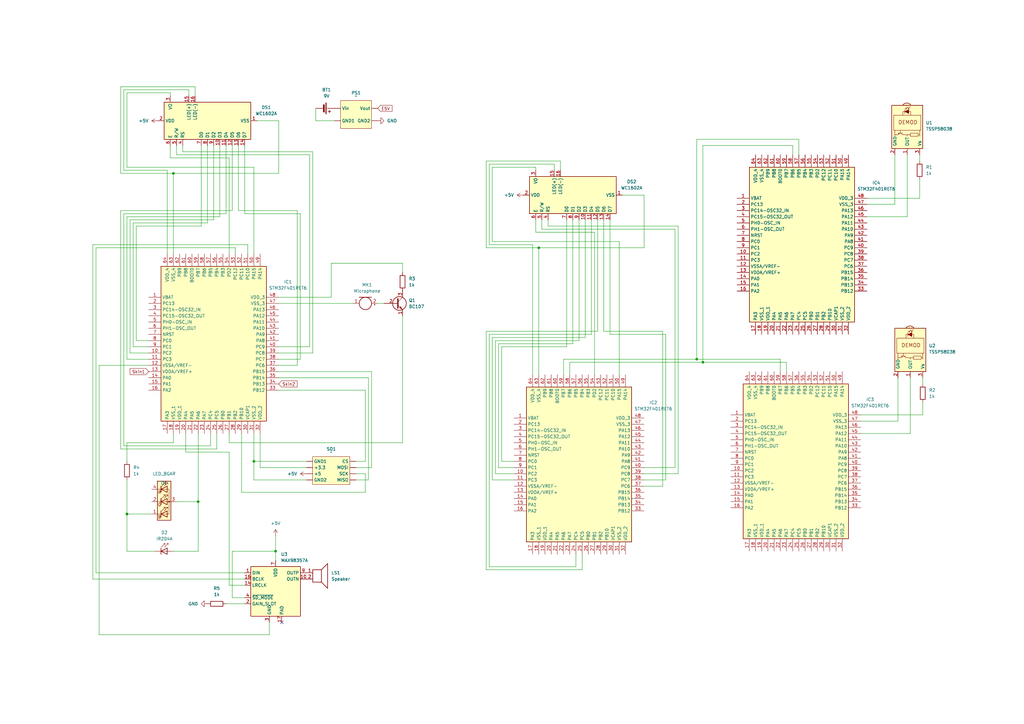
<source format=kicad_sch>
(kicad_sch (version 20231120) (generator "eeschema") (generator_version "8.0")
  (paper "A3")
  (title_block (title "Panic Watch") (company "ECE198"))
  (lib_symbols
    (symbol "Audio:MAX98357A"
      (property "Reference" "U" (at -8.89 11.43 0))
      (property "Value" "MAX98357A" (at 10.16 11.43 0))
      (symbol "MAX98357A_1_1"
        (rectangle (start -10.16 10.16) (end 10.16 -10.16) (stroke (width 0.254)) (fill (type background)))
        (pin input line (at -12.7 7.62 0) (length 2.54) (name "DIN") (number "1"))
        (pin output line (at 12.7 5.08 180) (length 2.54) (name "OUTN") (number "10"))
        (pin passive line (at -2.54 -12.7 90) (length 2.54) hide (name "GND") (number "11"))
        (pin no_connect line (at 10.16 -5.08 180) (length 2.54) hide (name "NC") (number "12"))
        (pin no_connect line (at 10.16 -7.62 180) (length 2.54) hide (name "NC") (number "13"))
        (pin input line (at -12.7 2.54 0) (length 2.54) (name "LRCLK") (number "14"))
        (pin passive line (at -2.54 -12.7 90) (length 2.54) hide (name "GND") (number "15"))
        (pin input line (at -12.7 5.08 0) (length 2.54) (name "BCLK") (number "16"))
        (pin unspecified line (at 2.54 -12.7 90) (length 2.54) (name "PAD") (number "17"))
        (pin passive line (at -12.7 -5.08 0) (length 2.54) (name "GAIN_SLOT") (number "2"))
        (pin power_in line (at -2.54 -12.7 90) (length 2.54) (name "GND") (number "3"))
        (pin input line (at -12.7 -2.54 0) (length 2.54) (name "~{SD_MODE}") (number "4"))
        (pin no_connect line (at 10.16 2.54 180) (length 2.54) hide (name "NC") (number "5"))
        (pin no_connect line (at 10.16 0 180) (length 2.54) hide (name "NC") (number "6"))
        (pin power_in line (at 0 12.7 270) (length 2.54) (name "VDD") (number "7"))
        (pin passive line (at 0 12.7 270) (length 2.54) hide (name "VDD") (number "8"))
        (pin output line (at 12.7 7.62 180) (length 2.54) (name "OUTP") (number "9"))
      )
    )
    (symbol "Device:Battery_Cell" (pin_numbers hide) (pin_names (offset 0) hide)
      (property "Reference" "BT" (at 2.54 2.54 0))
      (property "Value" "Battery_Cell" (at 2.54 0 0))
      (symbol "Battery_Cell_0_1"
        (rectangle (start -2.286 1.778) (end 2.286 1.524) (fill (type outline)))
        (rectangle (start -1.524 1.016) (end 1.524 0.508) (fill (type outline)))
        (polyline (pts (xy 0 0.762) (xy 0 0)))
        (polyline (pts (xy 0 1.778) (xy 0 2.54)))
        (polyline (pts (xy 0.762 3.048) (xy 1.778 3.048)) (stroke (width 0.254)))
        (polyline (pts (xy 1.27 3.556) (xy 1.27 2.54)) (stroke (width 0.254)))
      )
      (symbol "Battery_Cell_1_1"
        (pin passive line (at 0 5.08 270) (length 2.54) (name "+") (number "1"))
        (pin passive line (at 0 -2.54 90) (length 2.54) (name "-") (number "2"))
      )
    )
    (symbol "Device:LED_BGAR" (pin_names (offset 0) hide)
      (property "Reference" "D" (at 0 9.398 0))
      (property "Value" "LED_BGAR" (at 0 -8.89 0))
      (symbol "LED_BGAR_0_0"
        (text "B" (at -1.905 -6.35 0) (effects (font (size 1.27 1.27))))
        (text "G" (at -1.905 -1.27 0) (effects (font (size 1.27 1.27))))
        (text "R" (at -1.905 3.81 0) (effects (font (size 1.27 1.27))))
      )
      (symbol "LED_BGAR_0_1"
        (polyline (pts (xy -1.27 -5.08) (xy -2.54 -5.08)))
        (polyline (pts (xy -1.27 -5.08) (xy 1.27 -5.08)))
        (polyline (pts (xy -1.27 -3.81) (xy -1.27 -6.35)) (stroke (width 0.254)))
        (polyline (pts (xy -1.27 0) (xy -2.54 0)))
        (polyline (pts (xy -1.27 1.27) (xy -1.27 -1.27)) (stroke (width 0.254)))
        (polyline (pts (xy -1.27 5.08) (xy -2.54 5.08)))
        (polyline (pts (xy -1.27 5.08) (xy 1.27 5.08)))
        (polyline (pts (xy -1.27 6.35) (xy -1.27 3.81)) (stroke (width 0.254)))
        (polyline (pts (xy 1.27 0) (xy -1.27 0)))
        (polyline (pts (xy 1.27 0) (xy 2.54 0)))
        (polyline (pts (xy -1.27 1.27) (xy -1.27 -1.27) (xy -1.27 -1.27)))
        (polyline (pts (xy -1.27 6.35) (xy -1.27 3.81) (xy -1.27 3.81)))
        (polyline (pts (xy 1.27 -5.08) (xy 2.032 -5.08) (xy 2.032 5.08) (xy 1.27 5.08)))
        (polyline (pts (xy 1.27 -3.81) (xy 1.27 -6.35) (xy -1.27 -5.08) (xy 1.27 -3.81)) (stroke (width 0.254)))
        (polyline (pts (xy 1.27 1.27) (xy 1.27 -1.27) (xy -1.27 0) (xy 1.27 1.27)) (stroke (width 0.254)))
        (polyline (pts (xy 1.27 6.35) (xy 1.27 3.81) (xy -1.27 5.08) (xy 1.27 6.35)) (stroke (width 0.254)))
        (polyline (pts (xy -1.016 -3.81) (xy 0.508 -2.286) (xy -0.254 -2.286) (xy 0.508 -2.286) (xy 0.508 -3.048)))
        (polyline (pts (xy -1.016 1.27) (xy 0.508 2.794) (xy -0.254 2.794) (xy 0.508 2.794) (xy 0.508 2.032)))
        (polyline (pts (xy -1.016 6.35) (xy 0.508 7.874) (xy -0.254 7.874) (xy 0.508 7.874) (xy 0.508 7.112)))
        (polyline (pts (xy 0 -3.81) (xy 1.524 -2.286) (xy 0.762 -2.286) (xy 1.524 -2.286) (xy 1.524 -3.048)))
        (polyline (pts (xy 0 1.27) (xy 1.524 2.794) (xy 0.762 2.794) (xy 1.524 2.794) (xy 1.524 2.032)))
        (polyline (pts (xy 0 6.35) (xy 1.524 7.874) (xy 0.762 7.874) (xy 1.524 7.874) (xy 1.524 7.112)))
        (rectangle (start 1.27 -1.27) (end 1.27 1.27))
        (rectangle (start 1.27 1.27) (end 1.27 1.27))
        (rectangle (start 1.27 3.81) (end 1.27 6.35))
        (rectangle (start 1.27 6.35) (end 1.27 6.35))
        (circle (center 2.032 0) (radius 0.254) (fill (type outline)))
        (rectangle (start 2.794 8.382) (end -2.794 -7.62) (stroke (width 0.254)) (fill (type background)))
      )
      (symbol "LED_BGAR_1_1"
        (pin passive line (at -5.08 -5.08 0) (length 2.54) (name "BK") (number "1"))
        (pin passive line (at -5.08 0 0) (length 2.54) (name "GK") (number "2"))
        (pin passive line (at 5.08 0 180) (length 2.54) (name "A") (number "3"))
        (pin passive line (at -5.08 5.08 0) (length 2.54) (name "RK") (number "4"))
      )
    )
    (symbol "Device:Microphone" (pin_names (offset 0.0254) hide)
      (property "Reference" "MK" (at -3.81 1.27 0))
      (property "Value" "Microphone" (at -3.81 -0.635 0))
      (symbol "Microphone_0_1"
        (polyline (pts (xy -2.54 2.54) (xy -2.54 -2.54)) (stroke (width 0.254)))
        (polyline (pts (xy 0.254 3.81) (xy 0.762 3.81)))
        (polyline (pts (xy 0.508 4.064) (xy 0.508 3.556)))
        (circle (center 0 0) (radius 2.54) (stroke (width 0.254)))
      )
      (symbol "Microphone_1_1"
        (pin passive line (at 0 -5.08 90) (length 2.54) (name "-") (number "1"))
        (pin passive line (at 0 5.08 270) (length 2.54) (name "+") (number "2"))
      )
    )
    (symbol "Device:R" (pin_numbers hide) (pin_names (offset 0))
      (property "Reference" "R" (at 2.032 0 90))
      (property "Value" "R" (at 0 0 90))
      (symbol "R_0_1"
        (rectangle (start -1.016 -2.54) (end 1.016 2.54) (stroke (width 0.254)))
      )
      (symbol "R_1_1"
        (pin passive line (at 0 3.81 270) (length 1.27) (name "~") (number "1"))
        (pin passive line (at 0 -3.81 90) (length 1.27) (name "~") (number "2"))
      )
    )
    (symbol "Device:Speaker" (pin_names (offset 0) hide)
      (property "Reference" "LS" (at 1.27 5.715 0))
      (property "Value" "Speaker" (at 1.27 3.81 0))
      (symbol "Speaker_0_0"
        (rectangle (start -2.54 1.27) (end 1.016 -3.81) (stroke (width 0.254)))
        (polyline (pts (xy 1.016 1.27) (xy 3.556 3.81) (xy 3.556 -6.35) (xy 1.016 -3.81)) (stroke (width 0.254)))
      )
      (symbol "Speaker_1_1"
        (pin input line (at -5.08 0 0) (length 2.54) (name "1") (number "1"))
        (pin input line (at -5.08 -2.54 0) (length 2.54) (name "2") (number "2"))
      )
    )
    (symbol "Display_Character:WC1602A"
      (property "Reference" "DS" (at -5.842 19.05 0))
      (property "Value" "WC1602A" (at 5.334 19.05 0))
      (symbol "WC1602A_1_1"
        (rectangle (start -7.62 17.78) (end 7.62 -17.78) (stroke (width 0.254)) (fill (type background)))
        (pin power_in line (at 0 -20.32 90) (length 2.54) (name "VSS") (number "1"))
        (pin input line (at -10.16 -5.08 0) (length 2.54) (name "D3") (number "10"))
        (pin input line (at -10.16 -7.62 0) (length 2.54) (name "D4") (number "11"))
        (pin input line (at -10.16 -10.16 0) (length 2.54) (name "D5") (number "12"))
        (pin input line (at -10.16 -12.7 0) (length 2.54) (name "D6") (number "13"))
        (pin input line (at -10.16 -15.24 0) (length 2.54) (name "D7") (number "14"))
        (pin power_in line (at 10.16 7.62 180) (length 2.54) (name "LED(+)") (number "15"))
        (pin power_in line (at 10.16 5.08 180) (length 2.54) (name "LED(-)") (number "16"))
        (pin power_in line (at 0 20.32 270) (length 2.54) (name "VDD") (number "2"))
        (pin input line (at 10.16 15.24 180) (length 2.54) (name "VO") (number "3"))
        (pin input line (at -10.16 10.16 0) (length 2.54) (name "RS") (number "4"))
        (pin input line (at -10.16 12.7 0) (length 2.54) (name "R/W") (number "5"))
        (pin input line (at -10.16 15.24 0) (length 2.54) (name "E") (number "6"))
        (pin input line (at -10.16 2.54 0) (length 2.54) (name "D0") (number "7"))
        (pin input line (at -10.16 0 0) (length 2.54) (name "D1") (number "8"))
        (pin input line (at -10.16 -2.54 0) (length 2.54) (name "D2") (number "9"))
      )
    )
    (symbol "LED:IR204A" (pin_numbers hide) (pin_names (offset 1.016) hide)
      (property "Reference" "D" (at 0.508 1.778 0))
      (property "Value" "IR204A" (at -1.016 -2.794 0))
      (symbol "IR204A_0_1"
        (polyline (pts (xy -2.54 1.27) (xy -2.54 -1.27)) (stroke (width 0.254)))
        (polyline (pts (xy 0 0) (xy -2.54 0)))
        (polyline (pts (xy 0.381 3.175) (xy -0.127 3.175)))
        (polyline (pts (xy -1.143 1.651) (xy 0.381 3.175) (xy 0.381 2.667)))
        (polyline (pts (xy 0 1.27) (xy -2.54 0) (xy 0 -1.27) (xy 0 1.27)) (stroke (width 0.254)))
        (polyline (pts (xy -2.413 1.651) (xy -0.889 3.175) (xy -0.889 2.667) (xy -0.889 3.175) (xy -1.397 3.175)))
      )
      (symbol "IR204A_1_1"
        (pin passive line (at -5.08 0 0) (length 2.54) (name "K") (number "1"))
        (pin passive line (at 2.54 0 180) (length 2.54) (name "A") (number "2"))
      )
    )
    (symbol "STM32F401RET6:HW-203"
      (property "Reference" "SD" (at 0 9.398 0))
      (symbol "HW-203_1_1"
        (rectangle (start -7.62 5.715) (end 7.62 -5.715) (fill (type background)))
        (pin power_in line (at -10.16 1.27 0) (length 2.54) (name "+3.3") (number ""))
        (pin power_in line (at -10.16 -1.27 0) (length 2.54) (name "+5") (number ""))
        (pin input line (at 10.16 3.81 180) (length 2.54) (name "CS") (number ""))
        (pin power_in line (at -10.16 3.81 0) (length 2.54) (name "GND1") (number ""))
        (pin power_in line (at -10.16 -3.81 0) (length 2.54) (name "GND2") (number ""))
        (pin output line (at 10.16 -3.81 180) (length 2.54) (name "MISO") (number ""))
        (pin input line (at 10.16 1.27 180) (length 2.54) (name "MOSI") (number ""))
        (pin input line (at 10.16 -1.27 180) (length 2.54) (name "SCK") (number ""))
      )
    )
    (symbol "STM32F401RET6:MB102"
      (property "Reference" "PS" (at 0 8.128 0))
      (symbol "MB102_1_1"
        (rectangle (start -6.35 5.715) (end 6.35 -5.715) (fill (type background)))
        (pin power_in line (at -8.89 -2.54 0) (length 2.54) (name "GND1") (number ""))
        (pin power_out line (at 8.89 -2.54 180) (length 2.54) (name "GND2") (number ""))
        (pin power_in line (at -8.89 2.54 0) (length 2.54) (name "Vin") (number ""))
        (pin power_out line (at 8.89 2.54 180) (length 2.54) (name "Vout") (number ""))
      )
    )
    (symbol "STM32F401RET6:STM32F401RET6"
      (property "Reference" "IC" (at 49.53 17.78 0))
      (property "Value" "STM32F401RET6" (at 49.53 15.24 0))
      (symbol "STM32F401RET6_1_1"
        (rectangle (start 5.08 12.7) (end 48.26 -50.8) (stroke (width 0.254)) (fill (type background)))
        (pin passive line (at 0 0 0) (length 5.08) (name "VBAT") (number "1"))
        (pin passive line (at 0 -22.86 0) (length 5.08) (name "PC2") (number "10"))
        (pin passive line (at 0 -25.4 0) (length 5.08) (name "PC3") (number "11"))
        (pin passive line (at 0 -27.94 0) (length 5.08) (name "VSSA/VREF-") (number "12"))
        (pin passive line (at 0 -30.48 0) (length 5.08) (name "VDDA/VREF+") (number "13"))
        (pin passive line (at 0 -33.02 0) (length 5.08) (name "PA0") (number "14"))
        (pin passive line (at 0 -35.56 0) (length 5.08) (name "PA1") (number "15"))
        (pin passive line (at 0 -38.1 0) (length 5.08) (name "PA2") (number "16"))
        (pin passive line (at 7.62 -55.88 90) (length 5.08) (name "PA3") (number "17"))
        (pin passive line (at 10.16 -55.88 90) (length 5.08) (name "VSS_1") (number "18"))
        (pin passive line (at 12.7 -55.88 90) (length 5.08) (name "VDD_1") (number "19"))
        (pin passive line (at 0 -2.54 0) (length 5.08) (name "PC13") (number "2"))
        (pin passive line (at 15.24 -55.88 90) (length 5.08) (name "PA4") (number "20"))
        (pin passive line (at 17.78 -55.88 90) (length 5.08) (name "PA5") (number "21"))
        (pin passive line (at 20.32 -55.88 90) (length 5.08) (name "PA6") (number "22"))
        (pin passive line (at 22.86 -55.88 90) (length 5.08) (name "PA7") (number "23"))
        (pin passive line (at 25.4 -55.88 90) (length 5.08) (name "PC4") (number "24"))
        (pin passive line (at 27.94 -55.88 90) (length 5.08) (name "PC5") (number "25"))
        (pin passive line (at 30.48 -55.88 90) (length 5.08) (name "PB0") (number "26"))
        (pin passive line (at 33.02 -55.88 90) (length 5.08) (name "PB1") (number "27"))
        (pin passive line (at 35.56 -55.88 90) (length 5.08) (name "PB2") (number "28"))
        (pin passive line (at 38.1 -55.88 90) (length 5.08) (name "PB10") (number "29"))
        (pin passive line (at 0 -5.08 0) (length 5.08) (name "PC14-OSC32_IN") (number "3"))
        (pin passive line (at 40.64 -55.88 90) (length 5.08) (name "VCAP1") (number "30"))
        (pin passive line (at 43.18 -55.88 90) (length 5.08) (name "VSS_2") (number "31"))
        (pin passive line (at 45.72 -55.88 90) (length 5.08) (name "VDD_2") (number "32"))
        (pin passive line (at 53.34 -38.1 180) (length 5.08) (name "PB12") (number "33"))
        (pin passive line (at 53.34 -35.56 180) (length 5.08) (name "PB13") (number "34"))
        (pin passive line (at 53.34 -33.02 180) (length 5.08) (name "PB14") (number "35"))
        (pin passive line (at 53.34 -30.48 180) (length 5.08) (name "PB15") (number "36"))
        (pin passive line (at 53.34 -27.94 180) (length 5.08) (name "PC6") (number "37"))
        (pin passive line (at 53.34 -25.4 180) (length 5.08) (name "PC7") (number "38"))
        (pin passive line (at 53.34 -22.86 180) (length 5.08) (name "PC8") (number "39"))
        (pin passive line (at 0 -7.62 0) (length 5.08) (name "PC15-OSC32_OUT") (number "4"))
        (pin passive line (at 53.34 -20.32 180) (length 5.08) (name "PC9") (number "40"))
        (pin passive line (at 53.34 -17.78 180) (length 5.08) (name "PA8") (number "41"))
        (pin passive line (at 53.34 -15.24 180) (length 5.08) (name "PA9") (number "42"))
        (pin passive line (at 53.34 -12.7 180) (length 5.08) (name "PA10") (number "43"))
        (pin passive line (at 53.34 -10.16 180) (length 5.08) (name "PA11") (number "44"))
        (pin passive line (at 53.34 -7.62 180) (length 5.08) (name "PA12") (number "45"))
        (pin passive line (at 53.34 -5.08 180) (length 5.08) (name "PA13") (number "46"))
        (pin passive line (at 53.34 -2.54 180) (length 5.08) (name "VSS_3") (number "47"))
        (pin passive line (at 53.34 0 180) (length 5.08) (name "VDD_3") (number "48"))
        (pin passive line (at 45.72 17.78 270) (length 5.08) (name "PA14") (number "49"))
        (pin passive line (at 0 -10.16 0) (length 5.08) (name "PH0-OSC_IN") (number "5"))
        (pin passive line (at 43.18 17.78 270) (length 5.08) (name "PA15") (number "50"))
        (pin passive line (at 40.64 17.78 270) (length 5.08) (name "PC10") (number "51"))
        (pin passive line (at 38.1 17.78 270) (length 5.08) (name "PC11") (number "52"))
        (pin passive line (at 35.56 17.78 270) (length 5.08) (name "PC12") (number "53"))
        (pin passive line (at 33.02 17.78 270) (length 5.08) (name "PD2") (number "54"))
        (pin passive line (at 30.48 17.78 270) (length 5.08) (name "PB3") (number "55"))
        (pin passive line (at 27.94 17.78 270) (length 5.08) (name "PB4") (number "56"))
        (pin passive line (at 25.4 17.78 270) (length 5.08) (name "PB5") (number "57"))
        (pin passive line (at 22.86 17.78 270) (length 5.08) (name "PB6") (number "58"))
        (pin passive line (at 20.32 17.78 270) (length 5.08) (name "PB7") (number "59"))
        (pin passive line (at 0 -12.7 0) (length 5.08) (name "PH1-OSC_OUT") (number "6"))
        (pin passive line (at 17.78 17.78 270) (length 5.08) (name "BOOT0") (number "60"))
        (pin passive line (at 15.24 17.78 270) (length 5.08) (name "PB8") (number "61"))
        (pin passive line (at 12.7 17.78 270) (length 5.08) (name "PB9") (number "62"))
        (pin passive line (at 10.16 17.78 270) (length 5.08) (name "VSS_4") (number "63"))
        (pin passive line (at 7.62 17.78 270) (length 5.08) (name "VDD_4") (number "64"))
        (pin passive line (at 0 -15.24 0) (length 5.08) (name "NRST") (number "7"))
        (pin passive line (at 0 -17.78 0) (length 5.08) (name "PC0") (number "8"))
        (pin passive line (at 0 -20.32 0) (length 5.08) (name "PC1") (number "9"))
      )
    )
    (symbol "Sensor_Proximity:TSSP58038" (pin_names (offset 1.016))
      (property "Reference" "U" (at -10.16 7.62 0))
      (property "Value" "TSSP58038" (at -10.16 -7.62 0))
      (symbol "TSSP58038_0_0"
        (arc (start -10.287 1.397) (mid -11.0899 -0.1852) (end -10.287 -1.778) (stroke (width 0.254)) (fill (type background)))
        (polyline (pts (xy 1.905 -5.08) (xy 0.127 -5.08)))
        (polyline (pts (xy 1.905 5.08) (xy 0.127 5.08)))
        (text "DEMOD" (at -3.175 0.254 900) (effects (font (size 1.524 1.524))))
      )
      (symbol "TSSP58038_0_1"
        (rectangle (start -6.096 5.588) (end 0.127 -5.588))
        (polyline (pts (xy -8.763 0.381) (xy -9.652 1.27)))
        (polyline (pts (xy -8.763 0.381) (xy -9.271 0.381)))
        (polyline (pts (xy -8.763 0.381) (xy -8.763 0.889)))
        (polyline (pts (xy -8.636 -0.635) (xy -9.525 0.254)))
        (polyline (pts (xy -8.636 -0.635) (xy -9.144 -0.635)))
        (polyline (pts (xy -8.636 -0.635) (xy -8.636 -0.127)))
        (polyline (pts (xy -8.382 -1.016) (xy -6.731 -1.016)))
        (polyline (pts (xy 1.27 -2.921) (xy 0.127 -2.921)))
        (polyline (pts (xy 1.27 -1.905) (xy 1.27 -3.81)))
        (polyline (pts (xy 1.397 -3.556) (xy 1.524 -3.556)))
        (polyline (pts (xy 1.651 -3.556) (xy 1.524 -3.556)))
        (polyline (pts (xy 1.651 -3.556) (xy 1.651 -3.302)))
        (polyline (pts (xy 1.905 0) (xy 1.905 1.27)))
        (polyline (pts (xy 1.905 4.445) (xy 1.905 5.08) (xy 2.54 5.08)))
        (polyline (pts (xy -8.382 0.635) (xy -6.731 0.635) (xy -7.62 -1.016) (xy -8.382 0.635)) (fill (type outline)))
        (polyline (pts (xy -6.096 1.397) (xy -7.62 1.397) (xy -7.62 -1.778) (xy -6.096 -1.778)))
        (polyline (pts (xy 1.27 -3.175) (xy 1.905 -3.81) (xy 1.905 -5.08) (xy 2.54 -5.08)))
        (polyline (pts (xy 1.27 -2.54) (xy 1.905 -1.905) (xy 1.905 0) (xy 2.54 0)))
        (rectangle (start 2.54 1.27) (end 1.27 4.445))
        (rectangle (start 7.62 6.35) (end -10.16 -6.35) (stroke (width 0.254)) (fill (type background)))
      )
      (symbol "TSSP58038_1_1"
        (pin output line (at 10.16 0 180) (length 2.54) (name "OUT") (number "1"))
        (pin power_in line (at 10.16 -5.08 180) (length 2.54) (name "GND") (number "2"))
        (pin power_in line (at 10.16 5.08 180) (length 2.54) (name "Vs") (number "3"))
      )
    )
    (symbol "Transistor_BJT:BC107" (pin_names (offset 0) hide)
      (property "Reference" "Q" (at 5.08 1.905 0))
      (property "Value" "BC107" (at 5.08 0 0))
      (symbol "BC107_0_1"
        (polyline (pts (xy 0.635 0.635) (xy 2.54 2.54)))
        (polyline (pts (xy 0.635 -0.635) (xy 2.54 -2.54) (xy 2.54 -2.54)))
        (polyline (pts (xy 0.635 1.905) (xy 0.635 -1.905) (xy 0.635 -1.905)) (stroke (width 0.508)))
        (polyline (pts (xy 1.27 -1.778) (xy 1.778 -1.27) (xy 2.286 -2.286) (xy 1.27 -1.778) (xy 1.27 -1.778)) (fill (type outline)))
        (circle (center 1.27 0) (radius 2.8194) (stroke (width 0.254)))
      )
      (symbol "BC107_1_1"
        (pin passive line (at 2.54 -5.08 90) (length 2.54) (name "E") (number "1"))
        (pin input line (at -5.08 0 0) (length 5.715) (name "B") (number "2"))
        (pin passive line (at 2.54 5.08 270) (length 2.54) (name "C") (number "3"))
      )
    )
    (symbol "power:+5V" (power) (pin_numbers hide) (pin_names (offset 0) hide)
      (property "Value" "+5V" (at 0 3.556 0))
      (symbol "+5V_0_1"
        (polyline (pts (xy -0.762 1.27) (xy 0 2.54)))
        (polyline (pts (xy 0 0) (xy 0 2.54)))
        (polyline (pts (xy 0 2.54) (xy 0.762 1.27)))
      )
      (symbol "+5V_1_1"
        (pin power_in line (at 0 0 90) (length 0) (name "~") (number "1"))
      )
    )
    (symbol "power:GND" (power) (pin_numbers hide) (pin_names (offset 0) hide)
      (property "Value" "GND" (at 0 -3.81 0))
      (symbol "GND_0_1"
        (polyline (pts (xy 0 0) (xy 0 -1.27) (xy 1.27 -1.27) (xy 0 -2.54) (xy -1.27 -1.27) (xy 0 -1.27)))
      )
      (symbol "GND_1_1"
        (pin power_in line (at 0 0 270) (length 0) (name "~") (number "1"))
      )
    )
  )
  (junction (at 288.29 148.59))
  (junction (at 104.14 189.23))
  (junction (at 52.07 210.82))
  (junction (at 220.98 101.6))
  (junction (at 285.75 147.32))
  (junction (at 71.12 71.12))
  (junction (at 113.03 226.06))
  (junction (at 81.28 205.74))
  (no_connect (at 115.57 255.27))
  (wire (pts (xy 227.33 67.31) (xy 227.33 69.85)))
  (wire (pts (xy 247.65 135.89) (xy 271.78 135.89)))
  (wire (pts (xy 205.74 142.24) (xy 205.74 189.23)))
  (wire (pts (xy 100.33 59.69) (xy 100.33 87.63)))
  (wire (pts (xy 236.22 232.41) (xy 236.22 227.33)))
  (wire (pts (xy 220.98 101.6) (xy 220.98 153.67)))
  (wire (pts (xy 200.66 137.16) (xy 200.66 232.41)))
  (wire (pts (xy 106.68 191.77) (xy 125.73 191.77)))
  (wire (pts (xy 69.85 64.77) (xy 93.98 64.77)))
  (wire (pts (xy 49.53 71.12) (xy 71.12 71.12)))
  (wire (pts (xy 72.39 63.5) (xy 127 63.5)))
  (wire (pts (xy 165.1 129.54) (xy 165.1 181.61)))
  (wire (pts (xy 219.71 68.58) (xy 219.71 69.85)))
  (wire (pts (xy 146.05 191.77) (xy 152.4 191.77)))
  (wire (pts (xy 113.03 219.71) (xy 113.03 226.06)))
  (wire (pts (xy 201.93 68.58) (xy 201.93 99.06)))
  (wire (pts (xy 81.28 177.8) (xy 81.28 205.74)))
  (wire (pts (xy 204.47 140.97) (xy 204.47 191.77)))
  (wire (pts (xy 95.25 59.69) (xy 95.25 86.36)))
  (wire (pts (xy 355.6 88.9) (xy 372.11 88.9)))
  (wire (pts (xy 96.52 104.14) (xy 96.52 101.6)))
  (wire (pts (xy 219.71 90.17) (xy 219.71 95.25)))
  (wire (pts (xy 92.71 87.63) (xy 50.8 87.63)))
  (wire (pts (xy 199.39 66.04) (xy 229.87 66.04)))
  (wire (pts (xy 52.07 210.82) (xy 52.07 226.06)))
  (wire (pts (xy 288.29 148.59) (xy 322.58 148.59)))
  (wire (pts (xy 372.11 63.5) (xy 372.11 88.9)))
  (wire (pts (xy 200.66 232.41) (xy 236.22 232.41)))
  (wire (pts (xy 127 63.5) (xy 127 142.24)))
  (wire (pts (xy 40.64 149.86) (xy 40.64 260.35)))
  (wire (pts (xy 273.05 137.16) (xy 273.05 196.85)))
  (wire (pts (xy 100.33 245.11) (xy 95.25 245.11)))
  (wire (pts (xy 152.4 152.4) (xy 114.3 152.4)))
  (wire (pts (xy 247.65 90.17) (xy 247.65 135.89)))
  (wire (pts (xy 325.12 63.5) (xy 325.12 59.69)))
  (wire (pts (xy 378.46 165.1) (xy 378.46 170.18)))
  (wire (pts (xy 114.3 121.92) (xy 135.89 121.92)))
  (wire (pts (xy 127 142.24) (xy 114.3 142.24)))
  (wire (pts (xy 101.6 100.33) (xy 38.1 100.33)))
  (wire (pts (xy 76.2 185.42) (xy 93.98 185.42)))
  (wire (pts (xy 90.17 59.69) (xy 90.17 88.9)))
  (wire (pts (xy 53.34 90.17) (xy 53.34 144.78)))
  (wire (pts (xy 285.75 147.32) (xy 320.04 147.32)))
  (wire (pts (xy 104.14 196.85) (xy 125.73 196.85)))
  (wire (pts (xy 264.16 80.01) (xy 255.27 80.01)))
  (wire (pts (xy 95.25 226.06) (xy 113.03 226.06)))
  (wire (pts (xy 240.03 90.17) (xy 240.03 138.43)))
  (wire (pts (xy 93.98 177.8) (xy 93.98 181.61)))
  (wire (pts (xy 238.76 233.68) (xy 238.76 227.33)))
  (wire (pts (xy 254 99.06) (xy 254 153.67)))
  (wire (pts (xy 68.58 69.85) (xy 50.8 69.85)))
  (wire (pts (xy 222.25 93.98) (xy 276.86 93.98)))
  (wire (pts (xy 224.79 92.71) (xy 278.13 92.71)))
  (wire (pts (xy 129.54 44.45) (xy 129.54 49.53)))
  (wire (pts (xy 114.3 154.94) (xy 151.13 154.94)))
  (wire (pts (xy 378.46 170.18) (xy 353.06 170.18)))
  (wire (pts (xy 243.84 95.25) (xy 243.84 153.67)))
  (wire (pts (xy 101.6 104.14) (xy 101.6 100.33)))
  (wire (pts (xy 88.9 184.15) (xy 88.9 177.8)))
  (wire (pts (xy 50.8 87.63) (xy 50.8 182.88)))
  (wire (pts (xy 245.11 90.17) (xy 245.11 135.89)))
  (wire (pts (xy 52.07 181.61) (xy 71.12 181.61)))
  (wire (pts (xy 229.87 66.04) (xy 229.87 69.85)))
  (wire (pts (xy 135.89 121.92) (xy 135.89 107.95)))
  (wire (pts (xy 201.93 99.06) (xy 254 99.06)))
  (wire (pts (xy 278.13 194.31) (xy 264.16 194.31)))
  (wire (pts (xy 54.61 91.44) (xy 54.61 142.24)))
  (wire (pts (xy 85.09 59.69) (xy 85.09 91.44)))
  (wire (pts (xy 90.17 88.9) (xy 52.07 88.9)))
  (wire (pts (xy 233.68 153.67) (xy 233.68 148.59)))
  (wire (pts (xy 74.93 59.69) (xy 74.93 62.23)))
  (wire (pts (xy 240.03 138.43) (xy 201.93 138.43)))
  (wire (pts (xy 68.58 104.14) (xy 68.58 69.85)))
  (wire (pts (xy 52.07 38.1) (xy 52.07 68.58)))
  (wire (pts (xy 71.12 181.61) (xy 71.12 177.8)))
  (wire (pts (xy 55.88 139.7) (xy 60.96 139.7)))
  (wire (pts (xy 276.86 191.77) (xy 264.16 191.77)))
  (wire (pts (xy 52.07 68.58) (xy 104.14 68.58)))
  (wire (pts (xy 93.98 181.61) (xy 165.1 181.61)))
  (wire (pts (xy 123.19 87.63) (xy 123.19 147.32)))
  (wire (pts (xy 54.61 142.24) (xy 60.96 142.24)))
  (wire (pts (xy 104.14 68.58) (xy 104.14 104.14)))
  (wire (pts (xy 49.53 35.56) (xy 80.01 35.56)))
  (wire (pts (xy 104.14 189.23) (xy 125.73 189.23)))
  (wire (pts (xy 203.2 194.31) (xy 210.82 194.31)))
  (wire (pts (xy 250.19 90.17) (xy 250.19 137.16)))
  (wire (pts (xy 271.78 199.39) (xy 264.16 199.39)))
  (wire (pts (xy 152.4 191.77) (xy 152.4 152.4)))
  (wire (pts (xy 96.52 101.6) (xy 39.37 101.6)))
  (wire (pts (xy 205.74 189.23) (xy 210.82 189.23)))
  (wire (pts (xy 40.64 260.35) (xy 110.49 260.35)))
  (wire (pts (xy 237.49 139.7) (xy 203.2 139.7)))
  (wire (pts (xy 377.19 66.04) (xy 377.19 63.5)))
  (wire (pts (xy 232.41 142.24) (xy 205.74 142.24)))
  (wire (pts (xy 129.54 49.53) (xy 137.16 49.53)))
  (wire (pts (xy 151.13 196.85) (xy 146.05 196.85)))
  (wire (pts (xy 69.85 59.69) (xy 69.85 64.77)))
  (wire (pts (xy 165.1 107.95) (xy 165.1 111.76)))
  (wire (pts (xy 121.92 86.36) (xy 121.92 149.86)))
  (wire (pts (xy 320.04 147.32) (xy 320.04 152.4)))
  (wire (pts (xy 242.57 137.16) (xy 200.66 137.16)))
  (wire (pts (xy 74.93 62.23) (xy 128.27 62.23)))
  (wire (pts (xy 100.33 87.63) (xy 123.19 87.63)))
  (wire (pts (xy 368.3 172.72) (xy 353.06 172.72)))
  (wire (pts (xy 378.46 154.94) (xy 378.46 157.48)))
  (wire (pts (xy 50.8 182.88) (xy 86.36 182.88)))
  (wire (pts (xy 99.06 201.93) (xy 149.86 201.93)))
  (wire (pts (xy 377.19 81.28) (xy 355.6 81.28)))
  (wire (pts (xy 106.68 177.8) (xy 106.68 191.77)))
  (wire (pts (xy 52.07 88.9) (xy 52.07 147.32)))
  (wire (pts (xy 55.88 92.71) (xy 55.88 139.7)))
  (wire (pts (xy 149.86 160.02) (xy 149.86 189.23)))
  (wire (pts (xy 114.3 160.02) (xy 149.86 160.02)))
  (wire (pts (xy 327.66 57.15) (xy 285.75 57.15)))
  (wire (pts (xy 233.68 148.59) (xy 288.29 148.59)))
  (wire (pts (xy 273.05 196.85) (xy 264.16 196.85)))
  (wire (pts (xy 204.47 191.77) (xy 210.82 191.77)))
  (wire (pts (xy 128.27 144.78) (xy 114.3 144.78)))
  (wire (pts (xy 271.78 135.89) (xy 271.78 199.39)))
  (wire (pts (xy 220.98 101.6) (xy 264.16 101.6)))
  (wire (pts (xy 71.12 71.12) (xy 114.3 71.12)))
  (wire (pts (xy 93.98 240.03) (xy 100.33 240.03)))
  (wire (pts (xy 76.2 177.8) (xy 76.2 185.42)))
  (wire (pts (xy 52.07 147.32) (xy 60.96 147.32)))
  (wire (pts (xy 219.71 95.25) (xy 243.84 95.25)))
  (wire (pts (xy 72.39 59.69) (xy 72.39 63.5)))
  (wire (pts (xy 114.3 49.53) (xy 105.41 49.53)))
  (wire (pts (xy 353.06 177.8) (xy 373.38 177.8)))
  (wire (pts (xy 53.34 144.78) (xy 60.96 144.78)))
  (wire (pts (xy 242.57 90.17) (xy 242.57 137.16)))
  (wire (pts (xy 49.53 86.36) (xy 49.53 184.15)))
  (wire (pts (xy 327.66 63.5) (xy 327.66 57.15)))
  (wire (pts (xy 50.8 69.85) (xy 50.8 36.83)))
  (wire (pts (xy 288.29 59.69) (xy 288.29 148.59)))
  (wire (pts (xy 322.58 148.59) (xy 322.58 152.4)))
  (wire (pts (xy 218.44 153.67) (xy 218.44 100.33)))
  (wire (pts (xy 49.53 71.12) (xy 49.53 35.56)))
  (wire (pts (xy 39.37 101.6) (xy 39.37 234.95)))
  (wire (pts (xy 325.12 59.69) (xy 288.29 59.69)))
  (wire (pts (xy 199.39 101.6) (xy 199.39 66.04)))
  (wire (pts (xy 85.09 91.44) (xy 54.61 91.44)))
  (wire (pts (xy 264.16 80.01) (xy 264.16 101.6)))
  (wire (pts (xy 97.79 86.36) (xy 121.92 86.36)))
  (wire (pts (xy 199.39 101.6) (xy 220.98 101.6)))
  (wire (pts (xy 38.1 100.33) (xy 38.1 237.49)))
  (wire (pts (xy 93.98 64.77) (xy 93.98 104.14)))
  (wire (pts (xy 39.37 234.95) (xy 100.33 234.95)))
  (wire (pts (xy 373.38 154.94) (xy 373.38 177.8)))
  (wire (pts (xy 77.47 36.83) (xy 77.47 39.37)))
  (wire (pts (xy 113.03 226.06) (xy 113.03 229.87)))
  (wire (pts (xy 49.53 184.15) (xy 88.9 184.15)))
  (wire (pts (xy 201.93 138.43) (xy 201.93 196.85)))
  (wire (pts (xy 38.1 237.49) (xy 100.33 237.49)))
  (wire (pts (xy 250.19 137.16) (xy 273.05 137.16)))
  (wire (pts (xy 128.27 62.23) (xy 128.27 144.78)))
  (wire (pts (xy 123.19 147.32) (xy 114.3 147.32)))
  (wire (pts (xy 367.03 83.82) (xy 355.6 83.82)))
  (wire (pts (xy 60.96 149.86) (xy 40.64 149.86)))
  (wire (pts (xy 149.86 189.23) (xy 146.05 189.23)))
  (wire (pts (xy 93.98 185.42) (xy 93.98 240.03)))
  (wire (pts (xy 92.71 59.69) (xy 92.71 87.63)))
  (wire (pts (xy 199.39 135.89) (xy 199.39 233.68)))
  (wire (pts (xy 69.85 38.1) (xy 69.85 39.37)))
  (wire (pts (xy 69.85 38.1) (xy 52.07 38.1)))
  (wire (pts (xy 234.95 140.97) (xy 204.47 140.97)))
  (wire (pts (xy 81.28 226.06) (xy 71.12 226.06)))
  (wire (pts (xy 200.66 100.33) (xy 200.66 67.31)))
  (wire (pts (xy 71.12 71.12) (xy 71.12 104.14)))
  (wire (pts (xy 276.86 93.98) (xy 276.86 191.77)))
  (wire (pts (xy 81.28 205.74) (xy 81.28 226.06)))
  (wire (pts (xy 92.71 247.65) (xy 100.33 247.65)))
  (wire (pts (xy 245.11 135.89) (xy 199.39 135.89)))
  (wire (pts (xy 110.49 260.35) (xy 110.49 255.27)))
  (wire (pts (xy 135.89 107.95) (xy 165.1 107.95)))
  (wire (pts (xy 377.19 73.66) (xy 377.19 81.28)))
  (wire (pts (xy 95.25 245.11) (xy 95.25 226.06)))
  (wire (pts (xy 121.92 149.86) (xy 114.3 149.86)))
  (wire (pts (xy 285.75 57.15) (xy 285.75 147.32)))
  (wire (pts (xy 368.3 154.94) (xy 368.3 172.72)))
  (wire (pts (xy 231.14 147.32) (xy 285.75 147.32)))
  (wire (pts (xy 114.3 124.46) (xy 144.78 124.46)))
  (wire (pts (xy 200.66 67.31) (xy 227.33 67.31)))
  (wire (pts (xy 52.07 226.06) (xy 63.5 226.06)))
  (wire (pts (xy 104.14 189.23) (xy 104.14 196.85)))
  (wire (pts (xy 234.95 90.17) (xy 234.95 140.97)))
  (wire (pts (xy 231.14 153.67) (xy 231.14 147.32)))
  (wire (pts (xy 201.93 196.85) (xy 210.82 196.85)))
  (wire (pts (xy 151.13 154.94) (xy 151.13 196.85)))
  (wire (pts (xy 203.2 139.7) (xy 203.2 194.31)))
  (wire (pts (xy 149.86 194.31) (xy 146.05 194.31)))
  (wire (pts (xy 199.39 233.68) (xy 238.76 233.68)))
  (wire (pts (xy 224.79 90.17) (xy 224.79 92.71)))
  (wire (pts (xy 95.25 86.36) (xy 49.53 86.36)))
  (wire (pts (xy 50.8 36.83) (xy 77.47 36.83)))
  (wire (pts (xy 52.07 210.82) (xy 52.07 196.85)))
  (wire (pts (xy 87.63 59.69) (xy 87.63 90.17)))
  (wire (pts (xy 82.55 92.71) (xy 55.88 92.71)))
  (wire (pts (xy 82.55 59.69) (xy 82.55 92.71)))
  (wire (pts (xy 114.3 49.53) (xy 114.3 71.12)))
  (wire (pts (xy 237.49 90.17) (xy 237.49 139.7)))
  (wire (pts (xy 154.94 124.46) (xy 157.48 124.46)))
  (wire (pts (xy 104.14 177.8) (xy 104.14 189.23)))
  (wire (pts (xy 97.79 59.69) (xy 97.79 86.36)))
  (wire (pts (xy 86.36 182.88) (xy 86.36 177.8)))
  (wire (pts (xy 87.63 90.17) (xy 53.34 90.17)))
  (wire (pts (xy 52.07 189.23) (xy 52.07 181.61)))
  (wire (pts (xy 81.28 205.74) (xy 72.39 205.74)))
  (wire (pts (xy 149.86 201.93) (xy 149.86 194.31)))
  (wire (pts (xy 367.03 63.5) (xy 367.03 83.82)))
  (wire (pts (xy 222.25 90.17) (xy 222.25 93.98)))
  (wire (pts (xy 99.06 177.8) (xy 99.06 201.93)))
  (wire (pts (xy 219.71 68.58) (xy 201.93 68.58)))
  (wire (pts (xy 80.01 35.56) (xy 80.01 39.37)))
  (wire (pts (xy 278.13 92.71) (xy 278.13 194.31)))
  (wire (pts (xy 232.41 90.17) (xy 232.41 142.24)))
  (wire (pts (xy 52.07 210.82) (xy 62.23 210.82)))
  (wire (pts (xy 218.44 100.33) (xy 200.66 100.33)))
  (global_label "E5V" (shape input) (at 154.94 44.45 0) (property "Intersheetrefs" "${INTERSHEET_REFS}" (effects (hide yes))))
  (global_label "Skin1" (shape input) (at 60.96 152.4 180) (property "Intersheetrefs" "${INTERSHEET_REFS}" (effects (hide yes))))
  (global_label "Skin2" (shape input) (at 114.3 157.48 0) (property "Intersheetrefs" "${INTERSHEET_REFS}" (effects (hide yes))))
  (symbol (lib_id "STM32F401RET6:HW-203") (at 135.89 193.04 0) (unit 1)
    (property "Reference" "SD1" (at 135.89 184.15 0))
    (property "Value" "~" (at 135.89 185.42 0))
  )
  (symbol (lib_id "Sensor_Proximity:TSSP58038") (at 372.11 53.34 270) (unit 1)
    (property "Reference" "U1" (at 379.73 50.3349 90) (effects (justify left)))
    (property "Value" "TSSP58038" (at 379.73 52.8749 90) (effects (justify left)))
    (property "Footprint" "OptoDevice:Vishay_MINICAST-3Pin" (effects (hide yes)))
    (property "Datasheet" "http://www.vishay.com/docs/82476/tssp58p38.pdf" (effects (hide yes)))
    (property "Description" "IR Detector for Mid Range Proximity Sensor" (effects (hide yes)))
  )
  (symbol (lib_id "STM32F401RET6:STM32F401RET6") (at 299.72 170.18 0) (unit 1)
    (property "Reference" "IC3" (at 356.87 163.8614 0))
    (property "Value" "STM32F401RET6" (at 356.87 166.4014 0))
    (property "Footprint" "QFP50P1200X1200X160-64N" (effects (hide yes)))
    (property "Datasheet" "http://www.st.com/st-web-ui/static/active/en/resource/technical/document/datasheet/DM00102166.pdf" (effects (hide yes)))
    (property "Description" "ARM Cortex-M4 32b MCU+FPU" (effects (hide yes)))
    (property "Height" "1.6" (effects (hide yes)))
    (property "Manufacturer_Name" "STMicroelectronics" (effects (hide yes)))
    (property "Manufacturer_Part_Number" "STM32F401RET6" (effects (hide yes)))
    (property "Mouser Part Number" "511-STM32F401RET6" (effects (hide yes)))
    (property "Mouser Price/Stock" "https://www.mouser.co.uk/ProductDetail/STMicroelectronics/STM32F401RET6?qs=s5SkPsIz108eLldhTu8INg%3D%3D" (effects (hide yes)))
    (property "Arrow Part Number" "STM32F401RET6" (effects (hide yes)))
    (property "Arrow Price/Stock" "https://www.arrow.com/en/products/stm32f401ret6/stmicroelectronics?region=nac" (effects (hide yes)))
  )
  (symbol (lib_id "Display_Character:WC1602A") (at 234.95 80.01 90) (unit 1)
    (property "Reference" "DS2" (at 259.08 74.5138 90))
    (property "Value" "WC1602A" (at 259.08 77.0538 90))
    (property "Footprint" "Display:WC1602A" (effects (hide yes)))
    (property "Datasheet" "http://www.wincomlcd.com/pdf/WC1602A-SFYLYHTC06.pdf" (effects (hide yes)))
    (property "Description" "LCD 16x2 Alphanumeric , 8 bit parallel bus, 5V VDD" (effects (hide yes)))
  )
  (symbol (lib_id "Transistor_BJT:BC107") (at 162.56 124.46 0) (unit 1)
    (property "Reference" "Q1" (at 167.64 123.1899 0) (effects (justify left)))
    (property "Value" "BC107" (at 167.64 125.7299 0) (effects (justify left)))
    (property "Footprint" "Package_TO_SOT_THT:TO-18-3" (effects (hide yes)))
    (property "Datasheet" "http://www.b-kainka.de/Daten/Transistor/BC108.pdf" (effects (hide yes)))
    (property "Description" "0.1A Ic, 50V Vce, Low Noise General Purpose NPN Transistor, TO-18" (effects (hide yes)))
  )
  (symbol (lib_id "power:GND") (at 154.94 49.53 90) (unit 1)
    (property "Reference" "#PWR01" (effects (hide yes)))
    (property "Value" "GND" (at 158.75 49.5299 90) (effects (justify right)))
    (property "Description" "Power symbol creates a global label with name \"GND\" , ground" (effects (hide yes)))
  )
  (symbol (lib_id "power:+5V") (at 64.77 49.53 90) (unit 1)
    (property "Reference" "#PWR03" (effects (hide yes)))
    (property "Value" "+5V" (at 60.96 49.5299 90) (effects (justify left)))
    (property "Description" "Power symbol creates a global label with name \"+5V\"" (effects (hide yes)))
  )
  (symbol (lib_id "power:+5V") (at 125.73 194.31 90) (unit 1)
    (property "Reference" "#PWR04" (effects (hide yes)))
    (property "Value" "+5V" (at 121.92 194.3099 90) (effects (justify left)))
    (property "Description" "Power symbol creates a global label with name \"+5V\"" (effects (hide yes)))
  )
  (symbol (lib_id "Sensor_Proximity:TSSP58038") (at 373.38 144.78 270) (unit 1)
    (property "Reference" "U2" (at 381 141.7749 90) (effects (justify left)))
    (property "Value" "TSSP58038" (at 381 144.3149 90) (effects (justify left)))
    (property "Footprint" "OptoDevice:Vishay_MINICAST-3Pin" (effects (hide yes)))
    (property "Datasheet" "http://www.vishay.com/docs/82476/tssp58p38.pdf" (effects (hide yes)))
    (property "Description" "IR Detector for Mid Range Proximity Sensor" (effects (hide yes)))
  )
  (symbol (lib_id "Device:R") (at 88.9 247.65 90) (unit 1)
    (property "Reference" "R5" (at 88.9 241.3 90))
    (property "Value" "1k" (at 88.9 243.84 90))
    (property "Description" "Resistor" (effects (hide yes)))
  )
  (symbol (lib_id "power:+5V") (at 113.03 219.71 0) (unit 1)
    (property "Reference" "#PWR05" (effects (hide yes)))
    (property "Value" "+5V" (at 113.03 214.63 0))
    (property "Description" "Power symbol creates a global label with name \"+5V\"" (effects (hide yes)))
  )
  (symbol (lib_id "STM32F401RET6:STM32F401RET6") (at 302.26 81.28 0) (unit 1)
    (property "Reference" "IC4" (at 359.41 74.9614 0))
    (property "Value" "STM32F401RET6" (at 359.41 77.5014 0))
    (property "Footprint" "QFP50P1200X1200X160-64N" (effects (hide yes)))
    (property "Datasheet" "http://www.st.com/st-web-ui/static/active/en/resource/technical/document/datasheet/DM00102166.pdf" (effects (hide yes)))
    (property "Description" "ARM Cortex-M4 32b MCU+FPU" (effects (hide yes)))
    (property "Height" "1.6" (effects (hide yes)))
    (property "Manufacturer_Name" "STMicroelectronics" (effects (hide yes)))
    (property "Manufacturer_Part_Number" "STM32F401RET6" (effects (hide yes)))
    (property "Mouser Part Number" "511-STM32F401RET6" (effects (hide yes)))
    (property "Mouser Price/Stock" "https://www.mouser.co.uk/ProductDetail/STMicroelectronics/STM32F401RET6?qs=s5SkPsIz108eLldhTu8INg%3D%3D" (effects (hide yes)))
    (property "Arrow Part Number" "STM32F401RET6" (effects (hide yes)))
    (property "Arrow Price/Stock" "https://www.arrow.com/en/products/stm32f401ret6/stmicroelectronics?region=nac" (effects (hide yes)))
  )
  (symbol (lib_id "STM32F401RET6:STM32F401RET6") (at 60.96 121.92 0) (unit 1)
    (property "Reference" "IC1" (at 118.11 115.6014 0))
    (property "Value" "STM32F401RET6" (at 118.11 118.1414 0))
    (property "Footprint" "QFP50P1200X1200X160-64N" (effects (hide yes)))
    (property "Datasheet" "http://www.st.com/st-web-ui/static/active/en/resource/technical/document/datasheet/DM00102166.pdf" (effects (hide yes)))
    (property "Description" "ARM Cortex-M4 32b MCU+FPU" (effects (hide yes)))
    (property "Height" "1.6" (effects (hide yes)))
    (property "Manufacturer_Name" "STMicroelectronics" (effects (hide yes)))
    (property "Manufacturer_Part_Number" "STM32F401RET6" (effects (hide yes)))
    (property "Mouser Part Number" "511-STM32F401RET6" (effects (hide yes)))
    (property "Mouser Price/Stock" "https://www.mouser.co.uk/ProductDetail/STMicroelectronics/STM32F401RET6?qs=s5SkPsIz108eLldhTu8INg%3D%3D" (effects (hide yes)))
    (property "Arrow Part Number" "STM32F401RET6" (effects (hide yes)))
    (property "Arrow Price/Stock" "https://www.arrow.com/en/products/stm32f401ret6/stmicroelectronics?region=nac" (effects (hide yes)))
  )
  (symbol (lib_id "Device:Speaker") (at 130.81 234.95 0) (unit 1)
    (property "Reference" "LS1" (at 135.89 234.9499 0) (effects (justify left)))
    (property "Value" "Speaker" (at 135.89 237.4899 0) (effects (justify left)))
    (property "Description" "Speaker" (effects (hide yes)))
  )
  (symbol (lib_id "power:GND") (at 85.09 247.65 270) (unit 1)
    (property "Reference" "#PWR06" (effects (hide yes)))
    (property "Value" "GND" (at 81.28 247.6499 90) (effects (justify right)))
    (property "Description" "Power symbol creates a global label with name \"GND\" , ground" (effects (hide yes)))
  )
  (symbol (lib_id "power:+5V") (at 214.63 80.01 90) (unit 1)
    (property "Reference" "#PWR02" (effects (hide yes)))
    (property "Value" "+5V" (at 210.82 80.0099 90) (effects (justify left)))
    (property "Description" "Power symbol creates a global label with name \"+5V\"" (effects (hide yes)))
  )
  (symbol (lib_id "Display_Character:WC1602A") (at 85.09 49.53 90) (unit 1)
    (property "Reference" "DS1" (at 109.22 44.0338 90))
    (property "Value" "WC1602A" (at 109.22 46.5738 90))
    (property "Footprint" "Display:WC1602A" (effects (hide yes)))
    (property "Datasheet" "http://www.wincomlcd.com/pdf/WC1602A-SFYLYHTC06.pdf" (effects (hide yes)))
    (property "Description" "LCD 16x2 Alphanumeric , 8 bit parallel bus, 5V VDD" (effects (hide yes)))
  )
  (symbol (lib_id "Device:R") (at 52.07 193.04 0) (unit 1)
    (property "Reference" "R4" (at 54.61 191.7699 0) (effects (justify left)))
    (property "Value" "1k" (at 54.61 194.3099 0) (effects (justify left)))
    (property "Description" "Resistor" (effects (hide yes)))
  )
  (symbol (lib_id "Device:R") (at 378.46 161.29 0) (unit 1)
    (property "Reference" "R2" (at 381 160.0199 0) (effects (justify left)))
    (property "Value" "1k" (at 381 162.5599 0) (effects (justify left)))
    (property "Description" "Resistor" (effects (hide yes)))
  )
  (symbol (lib_id "LED:IR204A") (at 68.58 226.06 0) (unit 1)
    (property "Reference" "D2" (at 67.437 218.44 0))
    (property "Value" "IR204A" (at 67.437 220.98 0))
    (property "Footprint" "LED_THT:LED_D3.0mm_IRBlack" (effects (hide yes)))
    (property "Datasheet" "http://www.everlight.com/file/ProductFile/IR204-A.pdf" (effects (hide yes)))
    (property "Description" "Infrared LED , 3mm LED package" (effects (hide yes)))
  )
  (symbol (lib_id "Device:Battery_Cell") (at 132.08 44.45 270) (unit 1)
    (property "Reference" "BT1" (at 133.9215 36.83 90))
    (property "Value" "9V" (at 133.9215 39.37 90))
    (property "Description" "Single-cell battery" (effects (hide yes)))
  )
  (symbol (lib_id "Device:LED_BGAR") (at 67.31 205.74 0) (unit 1)
    (property "Reference" "D1" (at 67.31 198.12 0))
    (property "Value" "LED_BGAR" (at 67.31 194.31 0))
    (property "Description" "RGB LED, blue/green/anode/red" (effects (hide yes)))
  )
  (symbol (lib_id "Audio:MAX98357A") (at 113.03 242.57 0) (unit 1)
    (property "Reference" "U3" (at 115.2241 227.33 0) (effects (justify left)))
    (property "Value" "MAX98357A" (at 115.2241 229.87 0) (effects (justify left)))
    (property "Footprint" "Package_DFN_QFN:TQFN-16-1EP_3x3mm_P0.5mm_EP1.23x1.23mm" (effects (hide yes)))
    (property "Datasheet" "https://www.analog.com/media/en/technical-documentation/data-sheets/MAX98357A-MAX98357B.pdf" (effects (hide yes)))
    (property "Description" "Mono DAC with amplifier, I2S, PCM, TDM, 32-bit, 96khz, 3.2W, TQFP-16" (effects (hide yes)))
  )
  (symbol (lib_id "STM32F401RET6:STM32F401RET6") (at 210.82 171.45 0) (unit 1)
    (property "Reference" "IC2" (at 267.97 165.1314 0))
    (property "Value" "STM32F401RET6" (at 267.97 167.6714 0))
    (property "Footprint" "QFP50P1200X1200X160-64N" (effects (hide yes)))
    (property "Datasheet" "http://www.st.com/st-web-ui/static/active/en/resource/technical/document/datasheet/DM00102166.pdf" (effects (hide yes)))
    (property "Description" "ARM Cortex-M4 32b MCU+FPU" (effects (hide yes)))
    (property "Height" "1.6" (effects (hide yes)))
    (property "Manufacturer_Name" "STMicroelectronics" (effects (hide yes)))
    (property "Manufacturer_Part_Number" "STM32F401RET6" (effects (hide yes)))
    (property "Mouser Part Number" "511-STM32F401RET6" (effects (hide yes)))
    (property "Mouser Price/Stock" "https://www.mouser.co.uk/ProductDetail/STMicroelectronics/STM32F401RET6?qs=s5SkPsIz108eLldhTu8INg%3D%3D" (effects (hide yes)))
    (property "Arrow Part Number" "STM32F401RET6" (effects (hide yes)))
    (property "Arrow Price/Stock" "https://www.arrow.com/en/products/stm32f401ret6/stmicroelectronics?region=nac" (effects (hide yes)))
  )
  (symbol (lib_id "STM32F401RET6:MB102") (at 146.05 46.99 0) (unit 1)
    (property "Reference" "PS1" (at 146.05 38.1 0))
    (property "Value" "~" (at 146.05 39.37 0))
  )
  (symbol (lib_id "Device:R") (at 165.1 115.57 0) (unit 1)
    (property "Reference" "R3" (at 167.64 114.2999 0) (effects (justify left)))
    (property "Value" "1k" (at 167.64 116.8399 0) (effects (justify left)))
    (property "Description" "Resistor" (effects (hide yes)))
  )
  (symbol (lib_id "Device:Microphone") (at 149.86 124.46 270) (unit 1)
    (property "Reference" "MK1" (at 150.5585 116.84 90))
    (property "Value" "Microphone" (at 150.5585 119.38 90))
    (property "Description" "Microphone" (effects (hide yes)))
  )
  (symbol (lib_id "Device:R") (at 377.19 69.85 0) (unit 1)
    (property "Reference" "R1" (at 379.73 68.5799 0) (effects (justify left)))
    (property "Value" "1k" (at 379.73 71.1199 0) (effects (justify left)))
    (property "Description" "Resistor" (effects (hide yes)))
  )
)
</source>
